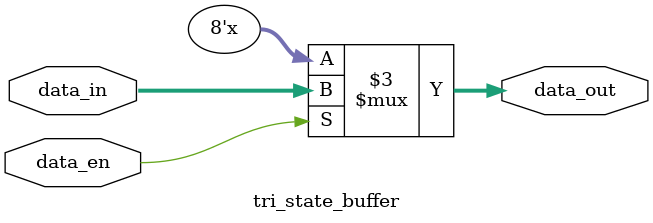
<source format=v>
module tri_state_buffer 
#(
    parameter WIDTH = 8
)
 (
    input wire [WIDTH-1:0]data_in,
    input wire data_en,
    output reg [WIDTH-1:0]data_out
);

always @(*)begin

    if(data_en)
        data_out = data_in;
    else
        data_out = 'b z;

end
    
endmodule
</source>
